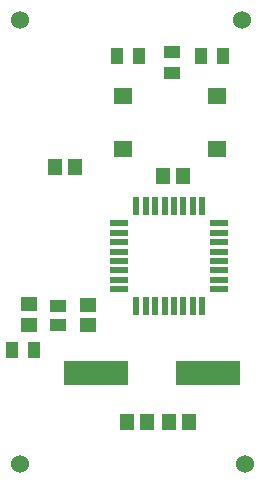
<source format=gbr>
G04 EAGLE Gerber X2 export*
%TF.Part,Single*%
%TF.FileFunction,Paste,Top*%
%TF.FilePolarity,Positive*%
%TF.GenerationSoftware,Autodesk,EAGLE,9.7.0*%
%TF.CreationDate,2022-05-12T22:10:33Z*%
G75*
%MOMM*%
%FSLAX46Y46*%
%LPD*%
%INSolderpaste Top*%
%AMOC8*
5,1,8,0,0,1.08239X$1,22.5*%
G01*
G04 Define Apertures*
%ADD10R,1.164600X1.465300*%
%ADD11R,1.470000X1.020000*%
%ADD12R,1.465300X1.164600*%
%ADD13C,1.524000*%
%ADD14R,0.600000X1.500000*%
%ADD15R,1.500000X0.600000*%
%ADD16R,1.031200X1.420200*%
%ADD17R,1.420200X1.031200*%
%ADD18R,1.600000X1.400000*%
%ADD19R,5.500000X2.000000*%
D10*
X13067400Y5842000D03*
X11316600Y5842000D03*
X14872600Y5842000D03*
X16623400Y5842000D03*
X14364600Y26670000D03*
X16115400Y26670000D03*
D11*
X5531350Y15719000D03*
X5531350Y14119000D03*
D12*
X3057750Y15861400D03*
X3057750Y14110600D03*
X8024050Y15814100D03*
X8024050Y14063300D03*
D10*
X5220600Y27432000D03*
X6971400Y27432000D03*
D13*
X21336000Y2286000D03*
X2286000Y2286000D03*
X21082000Y39878000D03*
X2286000Y39878000D03*
D14*
X12109800Y15663600D03*
X12909800Y15663600D03*
X13709800Y15663600D03*
X14509800Y15663600D03*
X15309800Y15663600D03*
X16109800Y15663600D03*
X16909800Y15663600D03*
X17709800Y15663600D03*
D15*
X19159800Y17113600D03*
X19159800Y17913600D03*
X19159800Y18713600D03*
X19159800Y19513600D03*
X19159800Y20313600D03*
X19159800Y21113600D03*
X19159800Y21913600D03*
X19159800Y22713600D03*
D14*
X17709800Y24163600D03*
X16909800Y24163600D03*
X16109800Y24163600D03*
X15309800Y24163600D03*
X14509800Y24163600D03*
X13709800Y24163600D03*
X12909800Y24163600D03*
X12109800Y24163600D03*
D15*
X10659800Y22713600D03*
X10659800Y21913600D03*
X10659800Y21113600D03*
X10659800Y20313600D03*
X10659800Y19513600D03*
X10659800Y18713600D03*
X10659800Y17913600D03*
X10659800Y17113600D03*
D16*
X10510500Y36830000D03*
X12349500Y36830000D03*
D17*
X15117800Y35402500D03*
X15117800Y37241500D03*
D16*
X17622500Y36830000D03*
X19461500Y36830000D03*
X1620500Y11938000D03*
X3459500Y11938000D03*
D18*
X18986000Y28992000D03*
X10986000Y28992000D03*
X18986000Y33492000D03*
X10986000Y33492000D03*
D19*
X18212000Y10057600D03*
X8712000Y10057600D03*
M02*

</source>
